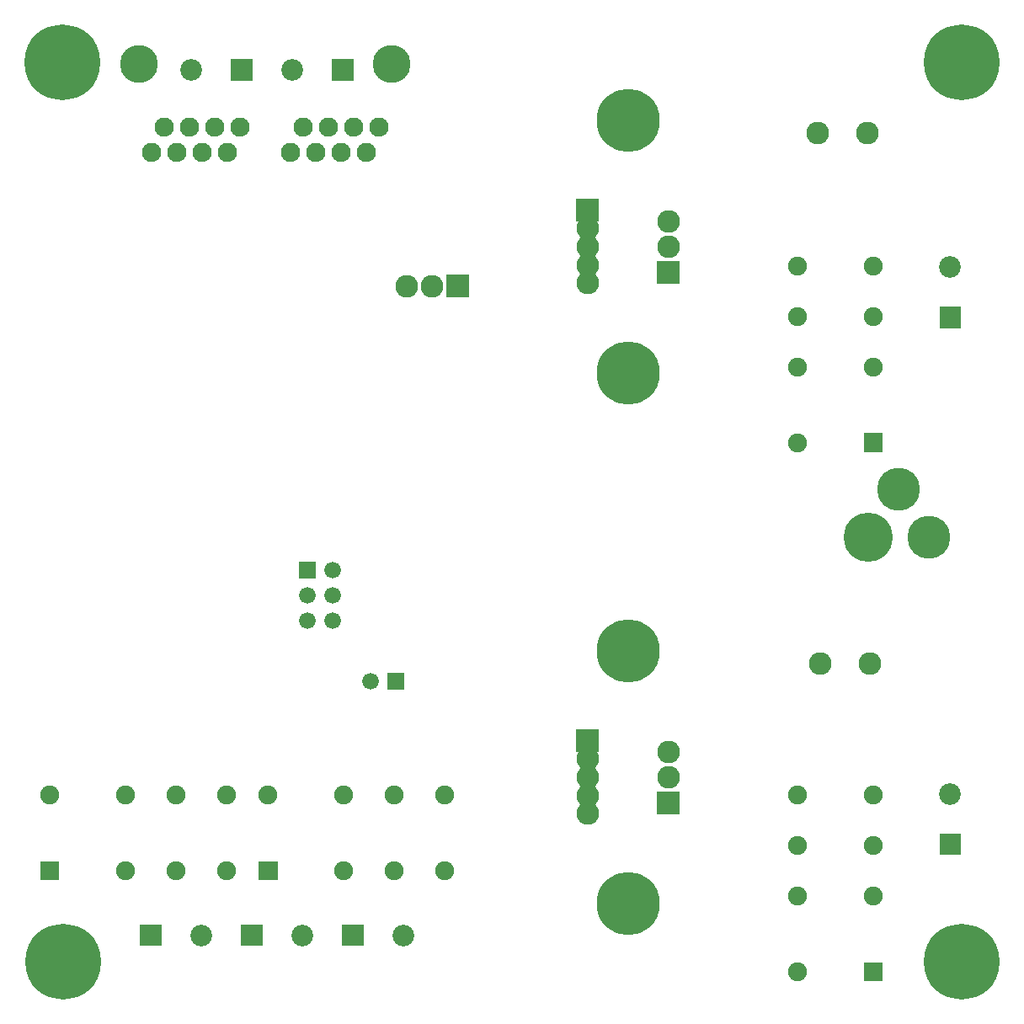
<source format=gbr>
G04 start of page 7 for group -4062 idx -4062 *
G04 Title: (unknown), soldermask *
G04 Creator: pcb 20140316 *
G04 CreationDate: Tue 07 Jul 2015 02:36:49 AM GMT UTC *
G04 For: ndholmes *
G04 Format: Gerber/RS-274X *
G04 PCB-Dimensions (mil): 3900.00 3900.00 *
G04 PCB-Coordinate-Origin: lower left *
%MOIN*%
%FSLAX25Y25*%
%LNBOTTOMMASK*%
%ADD129C,0.1700*%
%ADD128C,0.1950*%
%ADD127C,0.0660*%
%ADD126C,0.2500*%
%ADD125C,0.0900*%
%ADD124C,0.0750*%
%ADD123C,0.0001*%
%ADD122C,0.0860*%
%ADD121C,0.2997*%
%ADD120C,0.1500*%
%ADD119C,0.0760*%
G54D119*X87500Y347500D03*
X82500Y337500D03*
X72500D03*
X62500D03*
X52500D03*
X77500Y347500D03*
X67500D03*
X57500D03*
G54D120*X47500Y372500D03*
G54D121*X17000Y373000D03*
G54D122*X68000Y370000D03*
G54D123*G36*
X83700Y374300D02*Y365700D01*
X92300D01*
Y374300D01*
X83700D01*
G37*
G54D121*X17500Y17000D03*
G54D123*G36*
X47700Y31800D02*Y23200D01*
X56300D01*
Y31800D01*
X47700D01*
G37*
G54D122*X72000Y27500D03*
G54D123*G36*
X8250Y56750D02*Y49250D01*
X15750D01*
Y56750D01*
X8250D01*
G37*
G54D124*X12000Y83000D03*
X42000Y53000D03*
Y83000D03*
X62000Y53000D03*
Y83000D03*
X82000Y53000D03*
Y83000D03*
G54D125*X225000Y82800D03*
Y90000D03*
Y97200D03*
X257000Y100000D03*
Y90000D03*
G54D123*G36*
X252500Y84500D02*Y75500D01*
X261500D01*
Y84500D01*
X252500D01*
G37*
G36*
X220500Y108900D02*Y99900D01*
X229500D01*
Y108900D01*
X220500D01*
G37*
G54D126*X241000Y140000D03*
G54D119*X142500Y347500D03*
X137500Y337500D03*
X132500Y347500D03*
G54D120*X147500Y372500D03*
G54D119*X127500Y337500D03*
X122500Y347500D03*
X117500Y337500D03*
X112500Y347500D03*
X107500Y337500D03*
G54D125*X153500Y284500D03*
X163500D03*
G54D123*G36*
X169000Y289000D02*Y280000D01*
X178000D01*
Y289000D01*
X169000D01*
G37*
G36*
X123700Y374300D02*Y365700D01*
X132300D01*
Y374300D01*
X123700D01*
G37*
G54D122*X108000Y370000D03*
G54D125*X225000Y75600D03*
G54D126*X241000Y40000D03*
G54D123*G36*
X87700Y31800D02*Y23200D01*
X96300D01*
Y31800D01*
X87700D01*
G37*
G54D122*X112000Y27500D03*
G54D123*G36*
X127700Y31800D02*Y23200D01*
X136300D01*
Y31800D01*
X127700D01*
G37*
G54D122*X152000Y27500D03*
G54D123*G36*
X94750Y56750D02*Y49250D01*
X102250D01*
Y56750D01*
X94750D01*
G37*
G54D124*X98500Y83000D03*
X128500Y53000D03*
Y83000D03*
X148500Y53000D03*
Y83000D03*
X168500Y53000D03*
Y83000D03*
G54D123*G36*
X145700Y131300D02*Y124700D01*
X152300D01*
Y131300D01*
X145700D01*
G37*
G54D127*X139000Y128000D03*
G54D123*G36*
X110700Y175300D02*Y168700D01*
X117300D01*
Y175300D01*
X110700D01*
G37*
G54D127*X114000Y162000D03*
Y152000D03*
X124000Y172000D03*
Y162000D03*
Y152000D03*
G54D123*G36*
X334250Y226250D02*Y218750D01*
X341750D01*
Y226250D01*
X334250D01*
G37*
G54D124*X338000Y252500D03*
Y272500D03*
Y292500D03*
X308000Y252500D03*
Y222500D03*
G54D128*X336000Y185000D03*
G54D129*X360000D03*
X348000Y204000D03*
G54D122*X368500Y83500D03*
G54D125*X336850Y135000D03*
G54D123*G36*
X364200Y67800D02*Y59200D01*
X372800D01*
Y67800D01*
X364200D01*
G37*
G54D121*X373000Y17000D03*
G54D123*G36*
X334250Y16750D02*Y9250D01*
X341750D01*
Y16750D01*
X334250D01*
G37*
G54D124*X338000Y43000D03*
Y63000D03*
G54D125*X317150Y135000D03*
G54D124*X338000Y83000D03*
X308000D03*
Y63000D03*
Y43000D03*
Y13000D03*
Y292500D03*
G54D123*G36*
X364200Y276300D02*Y267700D01*
X372800D01*
Y276300D01*
X364200D01*
G37*
G54D122*X368500Y292000D03*
G54D124*X308000Y272500D03*
G54D126*X241000Y250000D03*
G54D121*X373000Y373000D03*
G54D125*X335850Y345000D03*
X316150D03*
X225000Y285600D03*
Y292800D03*
Y300000D03*
Y307200D03*
G54D123*G36*
X220500Y318900D02*Y309900D01*
X229500D01*
Y318900D01*
X220500D01*
G37*
G54D126*X241000Y350000D03*
G54D125*X257000Y310000D03*
Y300000D03*
G54D123*G36*
X252500Y294500D02*Y285500D01*
X261500D01*
Y294500D01*
X252500D01*
G37*
M02*

</source>
